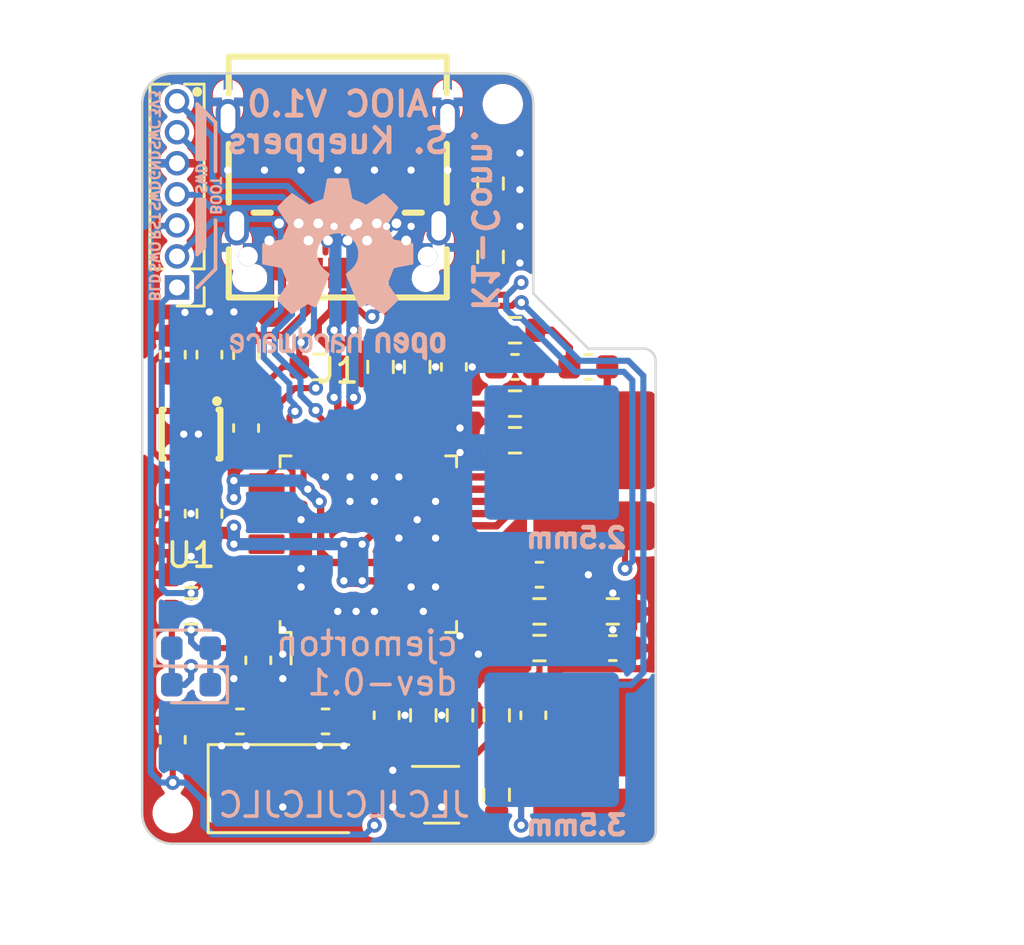
<source format=kicad_pcb>
(kicad_pcb (version 20241229) (generator "pcbnew") (generator_version "9.0")
  (layers (0 "F.Cu" signal) (2 "B.Cu" signal) (13 "F.Paste" user) (15 "B.Paste" user) (5 "F.SilkS" user "F.Silkscreen") (7 "B.SilkS" user "B.Silkscreen") (1 "F.Mask" user) (3 "B.Mask" user) (25 "Edge.Cuts" user))
  (net 0 "")
  (net 1 "GND")
  (net 2 "/OSCIN")
  (net 3 "/OSCOUT")
  (net 4 "Net-(U1-BYP)")
  (net 5 "Net-(U1-VOUT2)")
  (net 6 "Net-(D1-A)")
  (net 7 "Net-(D1-K)")
  (net 10 "/SWCLK")
  (net 11 "Net-(J1-CC2)")
  (net 14 "Net-(J1-CC1)")
  (net 20 "/SWDIO")
  (net 21 "/USB-DP")
  (net 22 "/USB-DN")
  (net 24 "Net-(Q1B-C2)")
  (net 25 "Net-(Q1B-B2)")
  (net 26 "+3V3")
  (net 27 "+3.3VA")
  (net 28 "/VIN")
  (net 29 "/VBUS")
  (net 30 "Net-(C12-Pad1)")
  (net 31 "Net-(C14-Pad1)")
  (net 32 "/USART-RX")
  (net 33 "Net-(Q1A-C1)")
  (net 34 "Net-(Q1A-B1)")
  (net 35 "/USART-TX")
  (net 36 "/PTT1")
  (net 37 "/PTT2")
  (net 38 "/AFIN")
  (net 39 "/RADIO-MIC")
  (net 40 "/RADIO-SPK")
  (net 41 "/AFOUT")
  (net 42 "/RADIO-RX-PTT1")
  (net 43 "/RADIO-TX")
  (net 44 "/RADIO-VP-PTT2")
  (net 45 "/NRST")
  (net 46 "/SWO")
  (net 47 "/BOOT0")
  (net 48 "Net-(U2-PB8)")
  (net 56 "/DAC_ATTEN")
  (footprint "Resistor_SMD:R_0603_1608Metric" (layer "F.Cu") (at 119.75 102 180)
    (property "Reference" "R2" (hide yes))
    (property "Value" "10K")
  )
  (footprint "LED_SMD:LED_0603_1608Metric" (layer "F.Cu") (at 105.5 105 180)
    (property "Reference" "D2" (hide yes))
    (property "Value" "RED")
  )
  (footprint "Capacitor_SMD:C_0603_1608Metric" (layer "F.Cu") (at 118.75 92 180)
    (property "Reference" "C11" (hide yes))
    (property "Value" "10n/NP0")
  )
  (footprint "Resistor_SMD:R_0603_1608Metric" (layer "F.Cu") (at 105.5 102)
    (property "Reference" "R15" (hide yes))
    (property "Value" "220R")
  )
  (footprint "C5178545:TYPE-C-SMD_TYPE-C-24P-QCHT" (layer "F.Cu") (at 111.5 85 180)
    (property "Reference" "J1")
    (property "Value" "HX TYPE-C 24P QCHT")
  )
  (footprint "Capacitor_SMD:C_0603_1608Metric" (layer "F.Cu") (at 107.5 106.5 180)
    (property "Reference" "C1" (hide yes))
    (property "Value" "22p/NP0")
  )
  (footprint "LED_SMD:LED_0603_1608Metric" (layer "F.Cu") (at 105.5 103.5)
    (property "Reference" "D1" (hide yes))
    (property "Value" "GREEN")
  )
  (footprint "Capacitor_SMD:C_0603_1608Metric" (layer "F.Cu") (at 113.5 106.25 -90)
    (property "Reference" "C9" (hide yes))
    (property "Value" "100n")
  )
  (footprint "Capacitor_SMD:C_0603_1608Metric" (layer "F.Cu") (at 122.75 103.5)
    (property "Reference" "C12" (hide yes))
    (property "Value" "100n")
  )
  (footprint "Resistor_SMD:R_0603_1608Metric" (layer "F.Cu") (at 118 109.5 -90)
    (property "Reference" "R13" (hide yes))
    (property "Value" "22R")
  )
  (footprint "Inductor_SMD:L_0603_1608Metric" (layer "F.Cu") (at 107.75 91.5 90)
    (property "Reference" "FB2" (hide yes))
    (property "Value" "600R@100MHz")
  )
  (footprint "Resistor_SMD:R_0603_1608Metric" (layer "F.Cu") (at 114.75 92 -90)
    (property "Reference" "R8" (hide yes))
    (property "Value" "220R")
  )
  (footprint "Resistor_SMD:R_0603_1608Metric" (layer "F.Cu") (at 116.5 106.25 -90)
    (property "Reference" "R11" (hide yes))
    (property "Value" "2.2K")
  )
  (footprint "Resistor_SMD:R_0603_1608Metric" (layer "F.Cu") (at 113.25 92 -90)
    (property "Reference" "R9" (hide yes))
    (property "Value" "220R")
  )
  (footprint "Package_QFP:LQFP-48_7x7mm_P0.5mm" (layer "F.Cu") (at 112.75 99.25 90)
    (property "Reference" "U2" (hide yes))
    (property "Value" "STM32F302CBT6")
  )
  (footprint "Capacitor_SMD:C_0603_1608Metric" (layer "F.Cu") (at 106.25 91.5 90)
    (property "Reference" "C6" (hide yes))
    (property "Value" "4.7u/10V/X5R")
  )
  (footprint "Resistor_SMD:R_0603_1608Metric" (layer "F.Cu") (at 122.75 102 180)
    (property "Reference" "R4" (hide yes))
    (property "Value" "220R")
  )
  (footprint "Inductor_SMD:L_0603_1608Metric" (layer "F.Cu") (at 106.25 98 90)
    (property "Reference" "FB1" (hide yes))
    (property "Value" "600R@100MHz")
  )
  (footprint "Capacitor_SMD:C_0603_1608Metric" (layer "F.Cu") (at 104.75 91.5 90)
    (property "Reference" "C3" (hide yes))
    (property "Value" "100n")
  )
  (footprint "Capacitor_SMD:C_0603_1608Metric" (layer "F.Cu") (at 111 106.5)
    (property "Reference" "C2" (hide yes))
    (property "Value" "22p/NP0")
  )
  (footprint "Resistor_SMD:R_0603_1608Metric" (layer "F.Cu") (at 115 106.25 -90)
    (property "Reference" "R10" (hide yes))
    (property "Value" "2.2K")
  )
  (footprint "Capacitor_SMD:C_0603_1608Metric" (layer "F.Cu") (at 107.75 94.5 90)
    (property "Reference" "C4" (hide yes))
    (property "Value" "4.7u/10V/X5R")
  )
  (footprint "Resistor_SMD:R_0603_1608Metric" (layer "F.Cu") (at 110.75 92)
    (property "Reference" "R1" (hide yes))
    (property "Value" "1.5K")
  )
  (footprint "Capacitor_SMD:C_0603_1608Metric" (layer "F.Cu") (at 104.75 98 -90)
    (property "Reference" "C5" (hide yes))
    (property "Value" "4.7u/10V/X5R")
  )
  (footprint "Package_TO_SOT_SMD:SOT-363_SC-70-6" (layer "F.Cu") (at 115.75 109.5)
    (property "Reference" "Q1" (hide yes))
    (property "Value" "BC847BS")
  )
  (footprint "Capacitor_SMD:C_0603_1608Metric" (layer "F.Cu") (at 121.75 92)
    (property "Reference" "C14" (hide yes))
    (property "Value" "4.7u/10V/X5R")
  )
  (footprint "Resistor_SMD:R_0603_1608Metric" (layer "F.Cu") (at 119.75 103.5 180)
    (property "Reference" "R17" (hide yes))
    (property "Value" "N.M.")
  )
  (footprint "Resistor_SMD:R_0603_1608Metric" (layer "F.Cu") (at 118.75 90.5)
    (property "Reference" "R5" (hide yes))
    (property "Value" "2.2K")
  )
  (footprint "Capacitor_SMD:C_0603_1608Metric" (layer "F.Cu") (at 104.75 107.25 90)
    (property "Reference" "C15" (hide yes))
    (property "Value" "100n")
  )
  (footprint "Capacitor_SMD:C_0603_1608Metric" (layer "F.Cu") (at 119.75 100.5)
    (property "Reference" "C7" (hide yes))
    (property "Value" "4.7u/10V/X5R")
  )
  (footprint "Connector_PinHeader_1.27mm:PinHeader_1x07_P1.27mm_Vertical" (layer "F.Cu") (at 104.925 88.75 180)
    (property "Reference" "J2" (hide yes))
    (property "Value" "Conn_01x07_Male")
  )
  (footprint "Capacitor_SMD:C_0603_1608Metric" (layer "F.Cu") (at 108.25 104 -90)
    (property "Reference" "C8" (hide yes))
    (property "Value" "100n")
  )
  (footprint "C144168:MLF-8_L2.0-W2.0-P0.50-BL-EP" (layer "F.Cu") (at 105.5 94.75 180)
    (property "Reference" "U1")
    (property "Value" "MIC5330-SSYML-TR")
  )
  (footprint "Resistor_SMD:R_0603_1608Metric" (layer "F.Cu") (at 118.75 93.5)
    (property "Reference" "R16" (hide yes))
    (property "Value" "5.1K")
  )
  (footprint "Resistor_SMD:R_0603_1608Metric" (layer "F.Cu") (at 118.75 95)
    (property "Reference" "R3" (hide yes))
    (property "Value" "5.1K")
  )
  (footprint "AIOC:TOOLING-HOLE" (layer "F.Cu") (at 104.75 110.25)
    (property "Reference" "H2" (hide yes))
    (property "Value" "ToolingHole")
  )
  (footprint "Capacitor_SMD:C_0603_1608Metric" (layer "F.Cu") (at 116.25 92 90)
    (property "Reference" "C10" (hide yes))
    (property "Value" "4.7u/10V/X5R")
  )
  (footprint "Resistor_SMD:R_0603_1608Metric" (layer "F.Cu") (at 105.5 100.5)
    (property "Reference" "R14" (hide yes))
    (property "Value" "2.2K")
  )
  (footprint "Resistor_SMD:R_0603_1608Metric" (layer "F.Cu") (at 117.75 84.5 -90)
    (property "Reference" "R6" (hide yes))
    (property "Value" "5.1K")
  )
  (footprint "AIOC:TOOLING-HOLE" (layer "F.Cu") (at 118.25 81.25)
    (property "Reference" "H1" (hide yes))
    (property "Value" "ToolingHole")
  )
  (footprint "Capacitor_SMD:C_0603_1608Metric" (layer "F.Cu") (at 119.5 106.25 -90)
    (property "Reference" "C13" (hide yes))
    (property "Value" "4.7u/10V/X5R")
  )
  (footprint "AIOC:Crystal_SMD_5032-2Pin_5.0x3.2mm" (layer "F.Cu") (at 109.25 109.25)
    (property "Reference" "Y1" (hide yes))
    (property "Value" "8MHz/20pF")
  )
  (footprint "Resistor_SMD:R_0603_1608Metric" (layer "F.Cu") (at 118 106.25 -90)
    (property "Reference" "R12" (hide yes))
    (property "Value" "22R")
  )
  (footprint "Resistor_SMD:R_0603_1608Metric" (layer "F.Cu") (at 117.75 87.5 90)
    (property "Reference" "R7" (hide yes))
    (property "Value" "5.1K")
  )
  (footprint "LED_SMD:LED_0603_1608Metric" (layer "B.Cu") (at 105.5 105 180)
    (property "Reference" "D4" (hide yes))
    (property "Value" "N.M.")
  )
  (footprint "LED_SMD:LED_0603_1608Metric" (layer "B.Cu") (at 105.5 103.5)
    (property "Reference" "D3" (hide yes))
    (property "Value" "N.M.")
  )
  (footprint "Symbol:OSHW-Logo2_9.8x8mm_SilkScreen" (layer "B.Cu") (at 111.5 88 180)
    (property "Reference" "REF**" (hide yes))
    (property "Value" "OSHW-Logo2_9.8x8mm_SilkScreen" (hide yes))
  )
  (gr_circle (center 105.75 80.75) (end 105.85 80.75) (stroke (width 0.2)) (fill no) (layer "F.SilkS"))
  (gr_line (start 105.9 85.15) (end 105.9 87.25) (stroke (width 0.15)) (layer "B.SilkS"))
  (gr_line (start 105.75 87.4) (end 105.75 85.15) (stroke (width 0.15)) (layer "B.SilkS"))
  (gr_line (start 105.75 85.15) (end 106.05 85.15) (stroke (width 0.15)) (layer "B.SilkS"))
  (gr_line (start 105.75 88.75) (end 106.5 88) (stroke (width 0.15)) (layer "B.SilkS"))
  (gr_line (start 105.75 81.25) (end 106.5 82) (stroke (width 0.15)) (layer "B.SilkS"))
  (gr_line (start 105.75 83.5) (end 105.75 81.25) (stroke (width 0.15)) (layer "B.SilkS"))
  (gr_line (start 106.5 82) (end 106.5 84) (stroke (width 0.15)) (layer "B.SilkS"))
  (gr_line (start 105.75 83.5) (end 106.05 83.5) (stroke (width 0.15)) (layer "B.SilkS"))
  (gr_line (start 106.5 88) (end 106.5 86) (stroke (width 0.15)) (layer "B.SilkS"))
  (gr_line (start 106.05 87.1) (end 106.05 85.15) (stroke (width 0.15)) (layer "B.SilkS"))
  (gr_line (start 105.75 87.4) (end 106.05 87.1) (stroke (width 0.15)) (layer "B.SilkS"))
  (gr_line (start 105.9 81.4) (end 105.9 83.5) (stroke (width 0.15)) (layer "B.SilkS"))
  (gr_line (start 106.05 83.5) (end 106.05 81.55) (stroke (width 0.15)) (layer "B.SilkS"))
  (gr_line (start 119.5 89) (end 119.5 81.25) (stroke (width 0.1)) (layer "Edge.Cuts"))
  (gr_line (start 103.5 110.25) (end 103.5 81.25) (stroke (width 0.1)) (layer "Edge.Cuts"))
  (gr_line (start 121.75 91.25) (end 124 91.25) (stroke (width 0.1)) (layer "Edge.Cuts"))
  (gr_line (start 124.5 91.75) (end 124.5 111) (stroke (width 0.1)) (layer "Edge.Cuts"))
  (gr_line (start 124 111.5) (end 104.75 111.5) (stroke (width 0.1)) (layer "Edge.Cuts"))
  (gr_arc (start 124.5 111) (mid 124.353553 111.353553) (end 124 111.5) (stroke (width 0.1)) (layer "Edge.Cuts"))
  (gr_line (start 121.75 91.25) (end 119.5 89) (stroke (width 0.1)) (layer "Edge.Cuts"))
  (gr_arc (start 118.25 80) (mid 119.133883 80.366117) (end 119.5 81.25) (stroke (width 0.1)) (layer "Edge.Cuts"))
  (gr_arc (start 103.5 81.25) (mid 103.866117 80.366117) (end 104.75 80) (stroke (width 0.1)) (layer "Edge.Cuts"))
  (gr_line (start 106 80) (end 118.25 80) (stroke (width 0.1)) (layer "Edge.Cuts"))
  (gr_arc (start 124 91.25) (mid 124.353553 91.396447) (end 124.5 91.75) (stroke (width 0.1)) (layer "Edge.Cuts"))
  (gr_line (start 106 80) (end 104.75 80) (stroke (width 0.1)) (layer "Edge.Cuts"))
  (gr_arc (start 104.75 111.5) (mid 103.866117 111.133883) (end 103.5 110.25) (stroke (width 0.1)) (layer "Edge.Cuts"))
  (gr_text "RST" (at 104 86.25 270) (layer "B.SilkS") (effects (font (size 0.4 0.4) (thickness 0.1)) (justify mirror)))
  (gr_text "SWD" (at 104 85 270) (layer "B.SilkS") (effects (font (size 0.4 0.4) (thickness 0.1)) (justify mirror)))
  (gr_text "SWO" (at 104 87.5 270) (layer "B.SilkS") (effects (font (size 0.4 0.4) (thickness 0.1)) (justify mirror)))
  (gr_text "GND" (at 104 83.75 270) (layer "B.SilkS") (effects (font (size 0.4 0.4) (thickness 0.1)) (justify mirror)))
  (gr_text "JLCJLCJLCJLC" (at 117 110.5 0) (layer "B.SilkS") (effects (font (size 1 1)) (justify left bottom mirror)))
  (gr_text "BLD" (at 104 88.75 270) (layer "B.SilkS") (effects (font (size 0.4 0.4) (thickness 0.1)) (justify mirror)))
  (gr_text "3V3" (at 104 81.25 270) (layer "B.SilkS") (effects (font (size 0.4 0.4) (thickness 0.1)) (justify mirror)))
  (gr_text "AIOC V1.0" (at 111.5 81.25 0) (layer "B.SilkS") (effects (font (size 1 1) (thickness 0.2)) (justify mirror)))
  (gr_text "3.5mm" (at 121.25 110.75 0) (layer "B.SilkS") (effects (font (size 0.8 0.8) (thickness 0.2)) (justify mirror)))
  (gr_text "SWD" (at 105.9 84.3 270) (layer "B.SilkS") (effects (font (size 0.4 0.4) (thickness 0.1)) (justify mirror)))
  (gr_text "S. Kueppers" (at 111.5 82.75 0) (layer "B.SilkS") (effects (font (size 1 1) (thickness 0.2)) (justify mirror)))
  (gr_text "K1-Conn." (at 117.5 86 270) (layer "B.SilkS") (effects (font (size 1 1) (thickness 0.2)) (justify mirror)))
  (gr_text "cjemorton\ndev-0.1" (at 116.5 105.5 0) (layer "B.SilkS") (effects (font (size 1 1)) (justify left bottom mirror)))
  (gr_text "2.5mm" (at 121.25 99 0) (layer "B.SilkS") (effects (font (size 0.8 0.8) (thickness 0.2)) (justify mirror)))
  (gr_text "SWC" (at 104 82.5 270) (layer "B.SilkS") (effects (font (size 0.4 0.4) (thickness 0.1)) (justify mirror)))
  (gr_text "BOOT" (at 106.5 85 270) (layer "B.SilkS") (effects (font (size 0.4 0.4) (thickness 0.1)) (justify mirror)))
  (segment (start 114.25 85.5) (end 116 85.5) (width 0.25) (layer "F.Cu") (net 0))
  (segment (start 112.6495 89.942499) (end 112.25 89.542999) (width 0.25) (layer "F.Cu") (net 0))
  (segment (start 112.25 89.542999) (end 112.25 89.02) (width 0.25) (layer "F.Cu") (net 0))
  (segment (start 116.186396 85.05) (end 116.461396 85.325) (width 0.25) (layer "F.Cu") (net 0))
  (segment (start 111 86.783884) (end 110.725 86.508884) (width 0.25) (layer "F.Cu") (net 0))
  (segment (start 110.725 86.508884) (end 110.725 85.991116) (width 0.25) (layer "F.Cu") (net 0))
  (segment (start 110.725 85.991116) (end 111.216116 85.5) (width 0.25) (layer "F.Cu") (net 0))
  (segment (start 114.063604 85.05) (end 116.186396 85.05) (width 0.25) (layer "F.Cu") (net 0))
  (segment (start 116.461396 85.325) (end 117.75 85.325) (width 0.25) (layer "F.Cu") (net 0))
  (segment (start 113.613604 85.5) (end 114.063604 85.05) (width 0.25) (layer "F.Cu") (net 0))
  (segment (start 117.175 86.675) (end 117.75 86.675) (width 0.25) (layer "F.Cu") (net 0))
  (segment (start 116 85.5) (end 117.175 86.675) (width 0.25) (layer "F.Cu") (net 0))
  (segment (start 113.5 86.25) (end 114.25 85.5) (width 0.25) (layer "F.Cu") (net 0))
  (segment (start 111.216116 85.5) (end 113.613604 85.5) (width 0.25) (layer "F.Cu") (net 0))
  (segment (start 111 87.32) (end 111 86.783884) (width 0.25) (layer "F.Cu") (net 0))
  (segment (start 113.25 86.5) (end 113.25 89.591999) (width 0.25) (layer "B.Cu") (net 0))
  (segment (start 113.5 86.25) (end 113.25 86.5) (width 0.25) (layer "B.Cu") (net 0))
  (segment (start 113.25 89.591999) (end 112.8995 89.942499) (width 0.25) (layer "B.Cu") (net 0))
  (segment (start 108.75 89.02) (end 108.75 88.416813) (width 0.25) (layer "F.Cu") (net 1))
  (segment (start 113.5 102.5) (end 113.5 103.4125) (width 0.3) (layer "F.Cu") (net 1))
  (segment (start 105.75 93.775) (end 105.75 94.7) (width 0.25) (layer "F.Cu") (net 1))
  (segment (start 123.525 103.5) (end 123.525 102.05) (width 0.3) (layer "F.Cu") (net 1))
  (segment (start 113 102) (end 113.5 102.5) (width 0.3) (layer "F.Cu") (net 1))
  (segment (start 105.75 94.7) (end 105.8 94.75) (width 0.25) (layer "F.Cu") (net 1))
  (segment (start 109.5 101.5) (end 110 101) (width 0.3) (layer "F.Cu") (net 1))
  (segment (start 114.5 87.32) (end 114.5 87.916813) (width 0.25) (layer "F.Cu") (net 1))
  (segment (start 109 87.32) (end 109 88.166813) (width 0.25) (layer "F.Cu") (net 1))
  (segment (start 114.5 87.916813) (end 114.25 88.166813) (width 0.25) (layer "F.Cu") (net 1))
  (segment (start 114.25 89.02) (end 114.25 88.166813) (width 0.25) (layer "F.Cu") (net 1))
  (segment (start 123.525 102.05) (end 123.575 102) (width 0.25) (layer "F.Cu") (net 1))
  (segment (start 108.75 88.416813) (end 109 88.166813) (width 0.25) (layer "F.Cu") (net 1))
  (segment (start 108.5875 101.5) (end 109.5 101.5) (width 0.3) (layer "F.Cu") (net 1))
  (via (at 114.25 106.25) (size 0.6) (drill 0.3) (layers "F.Cu" "B.Cu") (net 1))
  (via (at 115.5 97.5) (size 0.6) (drill 0.3) (layers "F.Cu" "B.Cu") (net 1))
  (via (at 113.00027 83.951369) (size 0.6) (drill 0.3) (layers "F.Cu" "B.Cu") (net 1))
  (via (at 105.8 94.75) (size 0.6) (drill 0.3) (layers "F.Cu" "B.Cu") (net 1))
  (via (at 116.5 94.5) (size 0.6) (drill 0.3) (layers "F.Cu" "B.Cu") (net 1))
  (via (at 118.95 83.25) (size 0.6) (drill 0.3) (layers "F.Cu" "B.Cu") (net 1))
  (via (at 107.75 107.5) (size 0.6) (drill 0.3) (layers "F.Cu" "B.Cu") (net 1))
  (via (at 115 102) (size 0.6) (drill 0.3) (layers "F.Cu" "B.Cu") (net 1))
  (via (at 113 96.5) (size 0.6) (drill 0.3) (layers "F.Cu" "B.Cu") (net 1))
  (via (at 110 100.25) (size 0.6) (drill 0.3) (layers "F.Cu" "B.Cu") (net 1))
  (via (at 118.95 84.75) (size 0.6) (drill 0.3) (layers "F.Cu" "B.Cu") (net 1))
  (via (at 109.25 103.75) (size 0.6) (drill 0.3) (layers "F.Cu" "B.Cu") (net 1))
  (via (at 112.25 102) (size 0.6) (drill 0.3) (layers "F.Cu" "B.Cu") (net 1))
  (via (at 107.25 89.75) (size 0.6) (drill 0.3) (layers "F.Cu" "B.Cu") (net 1))
  (via (at 113.75 110) (size 0.6) (drill 0.3) (layers "F.Cu" "B.Cu") (net 1))
  (via (at 110.75 107.5) (size 0.6) (drill 0.3) (layers "F.Cu" "B.Cu") (net 1))
  (via (at 112 97.5) (size 0.6) (drill 0.3) (layers "F.Cu" "B.Cu") (net 1))
  (via (at 105.25 89.769502) (size 0.6) (drill 0.3) (layers "F.Cu" "B.Cu") (net 1))
  (via (at 105.5 98) (size 0.6) (drill 0.3) (layers "F.Cu" "B.Cu") (net 1))
  (via (at 110 98.25) (size 0.6) (drill 0.3) (layers "F.Cu" "B.Cu") (net 1))
  (via (at 114 99) (size 0.6) (drill 0.3) (layers "F.Cu" "B.Cu") (net 1))
  (via (at 116.00027 83.951369) (size 0.6) (drill 0.3) (layers "F.Cu" "B.Cu") (net 1))
  (via (at 117 92) (size 0.6) (drill 0.3) (layers "F.Cu" "B.Cu") (net 1))
  (via (at 109.25 102.75) (size 0.6) (drill 0.3) (layers "F.Cu" "B.Cu") (net 1))
  (via (at 114.5 101) (size 0.6) (drill 0.3) (layers "F.Cu" "B.Cu") (net 1))
  (via (at 107 83.95) (size 0.6) (drill 0.3) (layers "F.Cu" "B.Cu") (net 1))
  (via (at 105.5 99.75) (size 0.6) (drill 0.3) (layers "F.Cu" "B.Cu") (net 1))
  (via (at 113.5 86.25) (size 0.6) (drill 0.3) (layers "F.Cu" "B.Cu") (net 1))
  (via (at 117.25 103.75) (size 0.6) (drill 0.3) (layers "F.Cu" "B.Cu") (net 1))
  (via (at 110 101) (size 0.6) (drill 0.3) (layers "F.Cu" "B.Cu") (net 1))
  (via (at 106.75 107.5) (size 0.6) (drill 0.3) (layers "F.Cu" "B.Cu") (net 1))
  (via (at 114 92) (size 0.6) (drill 0.3) (layers "F.Cu" "B.Cu") (net 1))
  (via (at 113 97.5) (size 0.6) (drill 0.3) (layers "F.Cu" "B.Cu") (net 1))
  (via (at 113 102) (size 0.6) (drill 0.3) (layers "F.Cu" "B.Cu") (net 1))
  (via (at 106.25 89.75) (size 0.6) (drill 0.3) (layers "F.Cu" "B.Cu") (net 1))
  (via (at 114.5 86.25) (size 0.6) (drill 0.3) (layers "F.Cu" "B.Cu") (net 1))
  (via (at 107.25 104.75) (size 0.6) (drill 0.3) (layers "F.Cu" "B.Cu") (net 1))
  (via (at 112.8995 89.942499) (size 0.6) (drill 0.3) (layers "F.Cu" "B.Cu") (net 1))
  (via (at 121.75 100.5) (size 0.6) (drill 0.3) (layers "F.Cu" "B.Cu") (net 1))
  (via (at 116.5 95.5) (size 0.6) (drill 0.3) (layers "F.Cu" "B.Cu") (net 1))
  (via (at 111.75 107.502432) (size 0.6) (drill 0.3) (layers "F.Cu" "B.Cu") (net 1))
  (via (at 114.75 98.25) (size 0.6) (drill 0.3) (layers "F.Cu" "B.Cu") (net 1))
  (via (at 115.75 110) (size 0.6) (drill 0.3) (layers "F.Cu" "B.Cu") (net 1))
  (via (at 114 96.5) (size 0.6) (drill 0.3) (layers "F.Cu" "B.Cu") (net 1))
  (via (at 113.75 108.5) (size 0.6) (drill 0.3) (layers "F.Cu" "B.Cu") (net 1))
  (via (at 114.4994 83.950576) (size 0.6) (drill 0.3) (layers "F.Cu" "B.Cu") (net 1))
  (via (at 112 96.5) (size 0.6) (drill 0.3) (layers "F.Cu" "B.Cu") (net 1))
  (via (at 108.50027 83.951369) (size 0.6) (drill 0.3) (layers "F.Cu" "B.Cu") (net 1))
  (via (at 105.2 94.75) (size 0.6) (drill 0.3) (layers "F.Cu" "B.Cu") (net 1))
  (via (at 116.5 103) (size 0.6) (drill 0.3) (layers "F.Cu" "B.Cu") (net 1))
  (via (at 111.50027 83.951369) (size 0.6) (drill 0.3) (layers "F.Cu" "B.Cu") (net 1))
  (via (at 122.75 101.25) (size 0.6) (drill 0.3) (layers "F.Cu" "B.Cu") (net 1))
  (via (at 115.5 99) (size 0.6) (drill 0.3) (layers "F.Cu" "B.Cu") (net 1))
  (via (at 109.25 110) (size 0.6) (drill 0.3) (layers "F.Cu" "B.Cu") (net 1))
  (via (at 111 96.5) (size 0.6) (drill 0.3) (layers "F.Cu" "B.Cu") (net 1))
  (via (at 115.5 101) (size 0.6) (drill 0.3) (layers "F.Cu" "B.Cu") (net 1))
  (via (at 111.5 102) (size 0.6) (drill 0.3) (layers "F.Cu" "B.Cu") (net 1))
  (via (at 118.95 86.25) (size 0.6) (drill 0.3) (layers "F.Cu" "B.Cu") (net 1))
  (via (at 109.25 104.75) (size 0.6) (drill 0.3) (layers "F.Cu" "B.Cu") (net 1))
  (via (at 115.5 92) (size 0.6) (drill 0.3) (layers "F.Cu" "B.Cu") (net 1))
  (via (at 118.95 87.75) (size 0.6) (drill 0.3) (layers "F.Cu" "B.Cu") (net 1))
  (via (at 110.00027 83.951369) (size 0.6) (drill 0.3) (layers "F.Cu" "B.Cu") (net 1))
  (via (at 122.75 102.75) (size 0.6) (drill 0.3) (layers "F.Cu" "B.Cu") (net 1))
  (via (at 115.75 106.25) (size 0.6) (drill 0.3) (layers "F.Cu" "B.Cu") (net 1))
  (segment (start 108.75 107.5) (end 108.75 109) (width 0.25) (layer "F.Cu") (net 2))
  (segment (start 108.5 109.25) (end 107.4 109.25) (width 0.25) (layer "F.Cu") (net 2))
  (segment (start 108.863604 106.5) (end 108.472183 106.5) (width 0.25) (layer "F.Cu") (net 2))
  (segment (start 108.275 106.75) (end 108.275 107.025) (width 0.25) (layer "F.Cu") (net 2))
  (segment (start 110.363604 105) (end 108.863604 106.5) (width 0.25) (layer "F.Cu") (net 2))
  (segment (start 112 104.363604) (end 111.363604 105) (width 0.25) (layer "F.Cu") (net 2))
  (segment (start 108.75 109) (end 108.5 109.25) (width 0.25) (layer "F.Cu") (net 2))
  (segment (start 112 103.4125) (end 112 104.363604) (width 0.25) (layer "F.Cu") (net 2))
  (segment (start 108.275 107.025) (end 108.75 107.5) (width 0.25) (layer "F.Cu") (net 2))
  (segment (start 111.363604 105) (end 110.363604 105) (width 0.25) (layer "F.Cu") (net 2))
  (segment (start 108.525 106.5) (end 108.275 106.75) (width 0.25) (layer "F.Cu") (net 2))
  (segment (start 112.5 104.5) (end 111.55 105.45) (width 0.25) (layer "F.Cu") (net 3))
  (segment (start 109.75 107.5) (end 109.75 109) (width 0.25) (layer "F.Cu") (net 3))
  (segment (start 110.225 107.025) (end 109.75 107.5) (width 0.25) (layer "F.Cu") (net 3))
  (segment (start 112.5 103.4125) (end 112.5 104.5) (width 0.25) (layer "F.Cu") (net 3))
  (segment (start 110.225 105.775) (end 110.225 107.025) (width 0.25) (layer "F.Cu") (net 3))
  (segment (start 110 109.25) (end 111.1 109.25) (width 0.25) (layer "F.Cu") (net 3))
  (segment (start 111.55 105.45) (end 110.55 105.45) (width 0.25) (layer "F.Cu") (net 3))
  (segment (start 110.55 105.45) (end 110.225 105.775) (width 0.25) (layer "F.Cu") (net 3))
  (segment (start 109.75 109) (end 110 109.25) (width 0.25) (layer "F.Cu") (net 3))
  (segment (start 105.25 93.775) (end 105.25 93.25) (width 0.25) (layer "F.Cu") (net 4))
  (segment (start 105.25 93.25) (end 104.75 92.75) (width 0.25) (layer "F.Cu") (net 4))
  (segment (start 104.75 92.75) (end 104.75 92.275) (width 0.25) (layer "F.Cu") (net 4))
  (segment (start 105.5 96.5) (end 105.5 97.175) (width 0.25) (layer "F.Cu") (net 5))
  (segment (start 105.75 95.725) (end 105.75 96.25) (width 0.25) (layer "F.Cu") (net 5))
  (segment (start 105.5 97.175) (end 105.5375 97.2125) (width 0.25) (layer "F.Cu") (net 5))
  (segment (start 106.25 97.2125) (end 105.5375 97.2125) (width 0.5) (layer "F.Cu") (net 5))
  (segment (start 105.5375 97.2125) (end 104.7625 97.2125) (width 0.5) (layer "F.Cu") (net 5))
  (segment (start 104.7625 97.2125) (end 104.75 97.225) (width 0.5) (layer "F.Cu") (net 5))
  (segment (start 105.75 96.25) (end 105.5 96.5) (width 0.25) (layer "F.Cu") (net 5))
  (segment (start 106.2875 105.05) (end 106.2875 103.55) (width 0.25) (layer "F.Cu") (net 6))
  (segment (start 107 103.5) (end 106.2875 103.5) (width 0.25) (layer "F.Cu") (net 6))
  (segment (start 107.25 103.25) (end 107 103.5) (width 0.25) (layer "F.Cu") (net 6))
  (segment (start 107.25 102.286396) (end 107.25 103.25) (width 0.25) (layer "F.Cu") (net 6))
  (segment (start 105.75 103.5) (end 106.2875 103.5) (width 0.25) (layer "F.Cu") (net 6))
  (segment (start 105.5 103.25) (end 105.75 103.5) (width 0.25) (layer "F.Cu") (net 6))
  (segment (start 107.525 102.011396) (end 107.25 102.286396) (width 0.25) (layer "F.Cu") (net 6))
  (segment (start 105.5 102.75) (end 105.5 103.25) (width 0.25) (layer "F.Cu") (net 6))
  (segment (start 107.525 101.111396) (end 107.525 102.011396) (width 0.25) (layer "F.Cu") (net 6))
  (segment (start 108.5875 101) (end 107.636396 101) (width 0.25) (layer "F.Cu") (net 6))
  (segment (start 107.636396 101) (end 107.525 101.111396) (width 0.25) (layer "F.Cu") (net 6))
  (via (at 105.5 102.75) (size 0.6) (drill 0.3) (layers "F.Cu" "B.Cu") (net 6))
  (segment (start 106.2875 103.5) (end 106.2875 105) (width 0.25) (layer "B.Cu") (net 6))
  (segment (start 105.5 102.75) (end 105.5 103.25) (width 0.25) (layer "B.Cu") (net 6))
  (segment (start 105.75 103.5) (end 106.2875 103.5) (width 0.25) (layer "B.Cu") (net 6))
  (segment (start 105.5 103.25) (end 105.75 103.5) (width 0.25) (layer "B.Cu") (net 6))
  (segment (start 105.25 105) (end 104.7125 105) (width 0.25) (layer "F.Cu") (net 7))
  (segment (start 105.5 104.75) (end 105.25 105) (width 0.25) (layer "F.Cu") (net 7))
  (segment (start 104.7125 105.05) (end 104.7125 102.0875) (width 0.25) (layer "F.Cu") (net 7))
  (segment (start 105.5 104.25) (end 105.5 104.75) (width 0.25) (layer "F.Cu") (net 7))
  (segment (start 104.7125 102.0875) (end 104.675 102.05) (width 0.25) (layer "F.Cu") (net 7))
  (via (at 105.5 104.25) (size 0.6) (drill 0.3) (layers "F.Cu" "B.Cu") (net 7))
  (segment (start 104.7125 103.5) (end 104.7125 105) (width 0.25) (layer "B.Cu") (net 7))
  (segment (start 105.25 105) (end 104.7125 105) (width 0.25) (layer "B.Cu") (net 7))
  (segment (start 105.5 104.75) (end 105.25 105) (width 0.25) (layer "B.Cu") (net 7))
  (segment (start 105.5 104.25) (end 105.5 104.75) (width 0.25) (layer "B.Cu") (net 7))
  (segment (start 109.05 96.0375) (end 108.5875 96.5) (width 0.25) (layer "F.Cu") (net 10))
  (segment (start 110.6 92.866006) (end 109.743948 92.866006) (width 0.25) (layer "F.Cu") (net 10))
  (segment (start 109.743948 92.866006) (end 109.05 93.559954) (width 0.25) (layer "F.Cu") (net 10))
  (segment (start 109.05 93.559954) (end 109.05 96.0375) (width 0.25) (layer "F.Cu") (net 10))
  (via (at 110.6 92.866006) (size 0.6) (drill 0.3) (layers "F.Cu" "B.Cu") (net 10))
  (segment (start 105.925 83.42) (end 104.925 82.42) (width 0.25) (layer "B.Cu") (net 10))
  (segment (start 109.247792 85.05) (end 106.505408 85.05) (width 0.25) (layer "B.Cu") (net 10))
  (segment (start 110.6 92.483884) (end 109.375 91.258884) (width 0.25) (layer "B.Cu") (net 10))
  (segment (start 110.6 92.866006) (end 110.6 92.483884) (width 0.25) (layer "B.Cu") (net 10))
  (segment (start 109.375 91.258884) (end 109.375 90.741116) (width 0.25) (layer "B.Cu") (net 10))
  (segment (start 110.0755 90.040616) (end 110.0755 85.877708) (width 0.25) (layer "B.Cu") (net 10))
  (segment (start 106.505408 85.05) (end 105.925 84.469592) (width 0.25) (layer "B.Cu") (net 10))
  (segment (start 109.375 90.741116) (end 110.0755 90.040616) (width 0.25) (layer "B.Cu") (net 10))
  (segment (start 110.0755 85.877708) (end 109.247792 85.05) (width 0.25) (layer "B.Cu") (net 10))
  (segment (start 105.925 84.469592) (end 105.925 83.42) (width 0.25) (layer "B.Cu") (net 10))
  (segment (start 110.499747 93.784062) (end 111 94.284315) (width 0.25) (layer "F.Cu") (net 20))
  (segment (start 111 94.284315) (end 111 95.0875) (width 0.25) (layer "F.Cu") (net 20))
  (via (at 110.6 93.774076) (size 0.6) (drill 0.3) (layers "F.Cu" "B.Cu") (net 20))
  (segment (start 109.061396 85.5) (end 106.319012 85.5) (width 0.25) (layer "B.Cu") (net 20))
  (segment (start 109.6255 86.064104) (end 109.061396 85.5) (width 0.25) (layer "B.Cu") (net 20))
  (segment (start 109.6255 89.85422) (end 109.6255 86.064104) (width 0.25) (layer "B.Cu") (net 20))
  (segment (start 109.975 92.49528) (end 108.925 91.44528) (width 0.25) (layer "B.Cu") (net 20))
  (segment (start 108.925 90.55472) (end 109.6255 89.85422) (width 0.25) (layer "B.Cu") (net 20))
  (segment (start 110.6 93.774076) (end 109.975 93.149076) (width 0.25) (layer "B.Cu") (net 20))
  (segment (start 109.975 93.149076) (end 109.975 92.49528) (width 0.25) (layer "B.Cu") (net 20))
  (segment (start 105.779012 84.96) (end 104.925 84.96) (width 0.25) (layer "B.Cu") (net 20))
  (segment (start 106.319012 85.5) (end 105.779012 84.96) (width 0.25) (layer "B.Cu") (net 20))
  (segment (start 108.925 91.44528) (end 108.925 90.55472) (width 0.25) (layer "B.Cu") (net 20))
  (segment (start 111.575 92.625) (end 111.575 92) (width 0.25) (layer "F.Cu") (net 21))
  (segment (start 111.35 90.380761) (end 111.35 90.5) (width 0.3) (layer "F.Cu") (net 21))
  (segment (start 111.5 87.32) (end 111.5 86.4) (width 0.3) (layer "F.Cu") (net 21))
  (segment (start 111.35 93.25) (end 111.35 92.85) (width 0.25) (layer "F.Cu") (net 21))
  (segment (start 111.5 86.4) (end 111.35 86.25) (width 0.3) (layer "F.Cu") (net 21))
  (segment (start 111.35 92.85) (end 111.575 92.625) (width 0.25) (layer "F.Cu") (net 21))
  (segment (start 111.5 95.0875) (end 111.5 93.4) (width 0.3) (layer "F.Cu") (net 21))
  (segment (start 111.75 89.02) (end 111.75 89.980761) (width 0.3) (layer "F.Cu") (net 21))
  (segment (start 111.5 93.4) (end 111.35 93.25) (width 0.3) (layer "F.Cu") (net 21))
  (segment (start 111.75 89.980761) (end 111.35 90.380761) (width 0.3) (layer "F.Cu") (net 21))
  (via (at 111.35 86.25) (size 0.6) (drill 0.3) (layers "F.Cu" "B.Cu") (net 21))
  (via (at 111.35 90.5) (size 0.6) (drill 0.3) (layers "F.Cu" "B.Cu") (net 21))
  (via (at 111.35 93.25) (size 0.6) (drill 0.3) (layers "F.Cu" "B.Cu") (net 21))
  (segment (start 111.4 86.3) (end 111.4 93.2) (width 0.5) (layer "B.Cu") (net 21))
  (segment (start 111.35 86.25) (end 111.4 86.3) (width 0.5) (layer "B.Cu") (net 21))
  (segment (start 111.4 93.2) (end 111.35 93.25) (width 0.5) (layer "B.Cu") (net 21))
  (segment (start 112 95.0875) (end 112 93.4) (width 0.3) (layer "F.Cu") (net 22))
  (segment (start 110.7 90.769239) (end 111.080761 91.15) (width 0.3) (layer "F.Cu") (net 22))
  (segment (start 112 86.4) (end 112.15 86.25) (width 0.3) (layer "F.Cu") (net 22))
  (segment (start 111.619239 91.15) (end 112.15 90.619239) (width 0.3) (layer "F.Cu") (net 22))
  (segment (start 111.080761 91.15) (end 111.619239 91.15) (width 0.3) (layer "F.Cu") (net 22))
  (segment (start 112 87.32) (end 112 86.4) (width 0.3) (layer "F.Cu") (net 22))
  (segment (start 111.25 89.02) (end 111.25 89.680761) (width 0.3) (layer "F.Cu") (net 22))
  (segment (start 112 93.4) (end 112.15 93.25) (width 0.3) (layer "F.Cu") (net 22))
  (segment (start 110.7 90.230761) (end 110.7 90.769239) (width 0.3) (layer "F.Cu") (net 22))
  (segment (start 111.25 89.680761) (end 110.7 90.230761) (width 0.3) (layer "F.Cu") (net 22))
  (segment (start 112.15 90.619239) (end 112.15 90.5) (width 0.3) (layer "F.Cu") (net 22))
  (via (at 112.15 86.25) (size 0.6) (drill 0.3) (layers "F.Cu" "B.Cu") (net 22))
  (via (at 112.15 90.5) (size 0.6) (drill 0.3) (layers "F.Cu" "B.Cu") (net 22))
  (via (at 112.15 93.25) (size 0.6) (drill 0.3) (layers "F.Cu" "B.Cu") (net 22))
  (segment (start 112.1 93.2) (end 112.15 93.25) (width 0.5) (layer "B.Cu") (net 22))
  (segment (start 112.1 86.3) (end 112.1 93.2) (width 0.5) (layer "B.Cu") (net 22))
  (segment (start 112.15 86.25) (end 112.1 86.3) (width 0.5) (layer "B.Cu") (net 22))
  (segment (start 117.1625 110.75) (end 117.5 110.4125) (width 0.25) (layer "F.Cu") (net 24))
  (segment (start 114.8 110.15) (end 114.8 110.55) (width 0.25) (layer "F.Cu") (net 24))
  (segment (start 114.8 110.55) (end 115 110.75) (width 0.25) (layer "F.Cu") (net 24))
  (segment (start 115 110.75) (end 117.1625 110.75) (width 0.25) (layer "F.Cu") (net 24))
  (segment (start 117.5 110.4125) (end 118 110.4125) (width 0.25) (layer "F.Cu") (net 24))
  (segment (start 116.7 109.5) (end 116.310661 109.5) (width 0.25) (layer "F.Cu") (net 25))
  (segment (start 116 109.189339) (end 116 108.25) (width 0.25) (layer "F.Cu") (net 25))
  (segment (start 116.5 107.075) (end 116.5 107.75) (width 0.25) (layer "F.Cu") (net 25))
  (segment (start 116.310661 109.5) (end 116 109.189339) (width 0.25) (layer "F.Cu") (net 25))
  (segment (start 116.5 107.75) (end 116 108.25) (width 0.25) (layer "F.Cu") (net 25))
  (segment (start 110.1 96.85) (end 110.75 97.5) (width 0.25) (layer "F.Cu") (net 26))
  (segment (start 110 102.25) (end 110.5 101.75) (width 0.3) (layer "F.Cu") (net 26))
  (segment (start 110.8 99.3) (end 110.8 101.45) (width 0.3) (layer "F.Cu") (net 26))
  (segment (start 108.25 102.75) (end 108.5875 102.4125) (width 0.25) (layer "F.Cu") (net 26))
  (segment (start 106.525 95.725) (end 107 95.25) (width 0.25) (layer "F.Cu") (net 26))
  (segment (start 110.25 102) (end 108.5875 102) (width 0.3) (layer "F.Cu") (net 26))
  (segment (start 110.8 99.55) (end 110.8 99.3) (width 0.3) (layer "F.Cu") (net 26))
  (segment (start 109.925 92) (end 109.925 91.075) (width 0.25) (layer "F.Cu") (net 26))
  (segment (start 107.25 96.25) (end 107.75 95.75) (width 0.5) (layer "F.Cu") (net 26))
  (segment (start 107.725 95.25) (end 107.75 95.275) (width 0.25) (layer "F.Cu") (net 26))
  (segment (start 118 100) (end 116.9125 100) (width 0.3) (layer "F.Cu") (net 26))
  (segment (start 110 95.0875) (end 110 95.972919) (width 0.25) (layer "F.Cu") (net 26))
  (segment (start 108.6 92.65) (end 109.25 92) (width 0.25) (layer "F.Cu") (net 26))
  (segment (start 110.2745 97) (end 110.8 97.5255) (width 0.3) (layer "F.Cu") (net 26))
  (segment (start 109.925 91.075) (end 110 91) (width 0.25) (layer "F.Cu") (net 26))
  (segment (start 116.9125 100) (end 111.25 100) (width 0.3) (layer "F.Cu") (net 26))
  (segment (start 111.25 100) (end 110.8 99.55) (width 0.3) (layer "F.Cu") (net 26))
  (segment (start 107.25 97.35) (end 107.25 96.25) (width 0.5) (layer "F.Cu") (net 26))
  (segment (start 110.8 97.5255) (end 110.8 99.3) (width 0.3) (layer "F.Cu") (net 26))
  (segment (start 106.25 95.725) (end 106.525 95.725) (width 0.25) (layer "F.Cu") (net 26))
  (segment (start 107.75 95.75) (end 107.75 95.275) (width 0.5) (layer "F.Cu") (net 26))
  (segment (start 118.5 100.5) (end 118 100) (width 0.3) (layer "F.Cu") (net 26))
  (segment (start 108.25 95.275) (end 108.6 94.925) (width 0.25) (layer "F.Cu") (net 26))
  (segment (start 110.5 101.75) (end 110.25 102) (width 0.3) (layer "F.Cu") (net 26))
  (segment (start 118.975 100.5) (end 118.5 100.5) (width 0.3) (layer "F.Cu") (net 26))
  (segment (start 110 95.972919) (end 110.1 96.072919) (width 0.25) (layer "F.Cu") (net 26))
  (segment (start 108.25 103.225) (end 108.25 102.75) (width 0.25) (layer "F.Cu") (net 26))
  (segment (start 107 95.25) (end 107.725 95.25) (width 0.25) (layer "F.Cu") (net 26))
  (segment (start 110 103.4125) (end 110 102.25) (width 0.3) (layer "F.Cu") (net 26))
  (segment (start 110.8 101.45) (end 110.5 101.75) (width 0.3) (layer "F.Cu") (net 26))
  (segment (start 107.75 95.275) (end 108.25 95.275) (width 0.25) (layer "F.Cu") (net 26))
  (segment (start 109.25 92) (end 109.925 92) (width 0.25) (layer "F.Cu") (net 26))
  (segment (start 108.6 94.925) (end 108.6 92.65) (width 0.25) (layer "F.Cu") (net 26))
  (segment (start 110.1 96.072919) (end 110.1 96.85) (width 0.25) (layer "F.Cu") (net 26))
  (segment (start 108.5875 102.4125) (end 108.5875 102) (width 0.25) (layer "F.Cu") (net 26))
  (via (at 110.2745 97) (size 0.6) (drill 0.3) (layers "F.Cu" "B.Cu") (net 26))
  (via (at 110 91) (size 0.6) (drill 0.3) (layers "F.Cu" "B.Cu") (net 26))
  (via (at 110.75 97.5) (size 0.6) (drill 0.3) (layers "F.Cu" "B.Cu") (net 26))
  (via (at 107.25 96.65) (size 0.6) (drill 0.3) (layers "F.Cu" "B.Cu") (net 26))
  (via (at 107.25 97.35) (size 0.6) (drill 0.3) (layers "F.Cu" "B.Cu") (net 26))
  (segment (start 106.691804 84.6) (end 109.434188 84.6) (width 0.25) (layer "B.Cu") (net 26))
  (segment (start 104.925 81.15) (end 106.375 82.6) (width 0.25) (layer "B.Cu") (net 26))
  (segment (start 110.2745 97) (end 110.25 97) (width 0.5) (layer "B.Cu") (net 26))
  (segment (start 107.25 96.65) (end 107.25 97.35) (width 0.5) (layer "B.Cu") (net 26))
  (segment (start 110.5255 90.4745) (end 110 91) (width 0.25) (layer "B.Cu") (net 26))
  (segment (start 106.375 82.6) (end 106.375 84.283196) (width 0.25) (layer "B.Cu") (net 26))
  (segment (start 110.5255 85.691312) (end 110.5255 90.4745) (width 0.25) (layer "B.Cu") (net 26))
  (segment (start 110.25 97) (end 110.75 97.5) (width 0.5) (layer "B.Cu") (net 26))
  (segment (start 107.25 96.65) (end 109.9 96.65) (width 0.5) (layer "B.Cu") (net 26))
  (segment (start 109.434188 84.6) (end 110.5255 85.691312) (width 0.25) (layer "B.Cu") (net 26))
  (segment (start 109.9 96.65) (end 110.75 97.5) (width 0.5) (layer "B.Cu") (net 26))
  (segment (start 106.375 84.283196) (end 106.691804 84.6) (width 0.25) (layer "B.Cu") (net 26))
  (segment (start 107.25 98.55) (end 107.25 99) (width 0.5) (layer "F.Cu") (net 27))
  (segment (start 116 96.5) (end 115.25 96.5) (width 0.3) (layer "F.Cu") (net 27))
  (segment (start 112.5 100.75) (end 113 100.75) (width 0.3) (layer "F.Cu") (net 27))
  (segment (start 112.5 100.75) (end 111.75 100.75) (width 0.5) (layer "F.Cu") (net 27))
  (segment (start 117.925 93.5) (end 116.25 93.5) (width 0.25) (layer "F.Cu") (net 27))
  (segment (start 114 103.4125) (end 114 104.5) (width 0.3) (layer "F.Cu") (net 27))
  (segment (start 115.5 95.0875) (end 115.5 96.25) (width 0.3) (layer "F.Cu") (net 27))
  (segment (start 116.9125 96.5) (end 116 96.5) (width 0.3) (layer "F.Cu") (net 27))
  (segment (start 113 100.75) (end 114 101.75) (width 0.3) (layer "F.Cu") (net 27))
  (segment (start 107.0375 98.7875) (end 107.25 99) (width 0.5) (layer "F.Cu") (net 27))
  (segment (start 115.25 96.5) (end 113.25 98.5) (width 0.3) (layer "F.Cu") (net 27))
  (segment (start 116.25 93.5) (end 116.25 92.8625) (width 0.3) (layer "F.Cu") (net 27))
  (segment (start 112.5 99.25) (end 111.75 99.25) (width 0.5) (layer "F.Cu") (net 27))
  (segment (start 113.25 98.5) (end 112.5 99.25) (width 0.3) (layer "F.Cu") (net 27))
  (segment (start 113.5 105) (end 113.5 105.3875) (width 0.3) (layer "F.Cu") (net 27))
  (segment (start 115.5 95.0875) (end 115.5 94.25) (width 0.3) (layer "F.Cu") (net 27))
  (segment (start 114 101.75) (end 114 103.4125) (width 0.3) (layer "F.Cu") (net 27))
  (segment (start 106.25 98.7875) (end 107.0375 98.7875) (width 0.5) (layer "F.Cu") (net 27))
  (segment (start 107.25 99) (end 107.25 99.25) (width 0.5) (layer "F.Cu") (net 27))
  (segment (start 115.5 94.25) (end 116.25 93.5) (width 0.3) (layer "F.Cu") (net 27))
  (segment (start 114 104.5) (end 113.5 105) (width 0.3) (layer "F.Cu") (net 27))
  (segment (start 115.5 96.25) (end 115.25 96.5) (width 0.3) (layer "F.Cu") (net 27))
  (via (at 111.75 99.25) (size 0.6) (drill 0.3) (layers "F.Cu" "B.Cu") (net 27))
  (via (at 112.5 99.25) (size 0.6) (drill 0.3) (layers "F.Cu" "B.Cu") (net 27))
  (via (at 107.25 99.25) (size 0.6) (drill 0.3) (layers "F.Cu" "B.Cu") (net 27))
  (via (at 111.75 100.75) (size 0.6) (drill 0.3) (layers "F.Cu" "B.Cu") (net 27))
  (via (at 107.25 98.55) (size 0.6) (drill 0.3) (layers "F.Cu" "B.Cu") (net 27))
  (via (at 112.5 100.75) (size 0.6) (drill 0.3) (layers "F.Cu" "B.Cu") (net 27))
  (segment (start 112.5 99.25) (end 112.5 100.75) (width 0.5) (layer "B.Cu") (net 27))
  (segment (start 107.25 99.25) (end 107.25 98.55) (width 0.5) (layer "B.Cu") (net 27))
  (segment (start 112.1 99.25) (end 112.1 100.75) (width 0.5) (layer "B.Cu") (net 27))
  (segment (start 111.75 99.25) (end 112.25 99.25) (width 0.5) (layer "B.Cu") (net 27))
  (segment (start 111.75 99.25) (end 111.75 100.75) (width 0.5) (layer "B.Cu") (net 27))
  (segment (start 111.75 99.25) (end 107.25 99.25) (width 0.5) (layer "B.Cu") (net 27))
  (segment (start 112.25 99.25) (end 112.5 99.25) (width 0.5) (layer "B.Cu") (net 27))
  (segment (start 104.2 95.7) (end 103.95 95.45) (width 0.25) (layer "F.Cu") (net 28))
  (segment (start 103.95 91.8) (end 104.25 91.5) (width 0.25) (layer "F.Cu") (net 28))
  (segment (start 103.95 93.7) (end 103.95 91.8) (width 0.25) (layer "F.Cu") (net 28))
  (segment (start 106.2625 92.2875) (end 106.25 92.275) (width 0.5) (layer "F.Cu") (net 28))
  (segment (start 104.75 95.7) (end 104.2 95.7) (width 0.25) (layer "F.Cu") (net 28))
  (segment (start 104.75 93.8) (end 104.05 93.8) (width 0.25) (layer "F.Cu") (net 28))
  (segment (start 107.75 92.2875) (end 106.2625 92.2875) (width 0.5) (layer "F.Cu") (net 28))
  (segment (start 104.25 91.5) (end 106 91.5) (width 0.25) (layer "F.Cu") (net 28))
  (segment (start 103.95 95.45) (end 103.95 93.7) (width 0.25) (layer "F.Cu") (net 28))
  (segment (start 106 91.5) (end 106.25 91.75) (width 0.25) (layer "F.Cu") (net 28))
  (segment (start 106.25 91.75) (end 106.25 92.275) (width 0.25) (layer "F.Cu") (net 28))
  (segment (start 106.25 93.775) (end 106.25 92.275) (width 0.25) (layer "F.Cu") (net 28))
  (segment (start 104.05 93.8) (end 103.95 93.7) (width 0.25) (layer "F.Cu") (net 28))
  (segment (start 110.5 88.04) (end 113 88.04) (width 0.3) (layer "F.Cu") (net 29))
  (segment (start 109.2575 90.7125) (end 108.25 90.7125) (width 0.3) (layer "F.Cu") (net 29))
  (segment (start 110.25 89.02) (end 110.25 89.72) (width 0.3) (layer "F.Cu") (net 29))
  (segment (start 110.5 87.32) (end 110.5 88.04) (width 0.3) (layer "F.Cu") (net 29))
  (segment (start 110.5 88.04) (end 110.25 88.29) (width 0.3) (layer "F.Cu") (net 29))
  (segment (start 112.75 89.02) (end 112.75 88.29) (width 0.3) (layer "F.Cu") (net 29))
  (segment (start 113 87.32) (end 113 88.04) (width 0.3) (layer "F.Cu") (net 29))
  (segment (start 112.75 88.29) (end 113 88.04) (width 0.3) (layer "F.Cu") (net 29))
  (segment (start 110.25 89.02) (end 110.25 88.29) (width 0.3) (layer "F.Cu") (net 29))
  (segment (start 110.25 89.72) (end 109.2575 90.7125) (width 0.3) (layer "F.Cu") (net 29))
  (segment (start 112.75 88.29) (end 110.25 88.29) (width 0.3) (layer "F.Cu") (net 29))
  (segment (start 120.575 102) (end 121.925 102) (width 0.25) (layer "F.Cu") (net 30))
  (segment (start 120.575 103.5) (end 121.975 103.5) (width 0.25) (layer "F.Cu") (net 30))
  (segment (start 119.5 105.475) (end 119.5 104.75) (width 0.25) (layer "F.Cu") (net 30))
  (segment (start 121.925 102) (end 121.925 103.45) (width 0.25) (layer "F.Cu") (net 30))
  (segment (start 119.5 104.75) (end 119.75 104.5) (width 0.25) (layer "F.Cu") (net 30))
  (segment (start 119.75 104.5) (end 119.75 103.75) (width 0.25) (layer "F.Cu") (net 30))
  (segment (start 120 103.5) (end 120.575 103.5) (width 0.25) (layer "F.Cu") (net 30))
  (segment (start 119.75 103.75) (end 120 103.5) (width 0.25) (layer "F.Cu") (net 30))
  (segment (start 121.925 103.45) (end 121.975 103.5) (width 0.25) (layer "F.Cu") (net 30))
  (segment (start 120.975 91.225) (end 120.25 90.5) (width 0.3) (layer "F.Cu") (net 31))
  (segment (start 120.25 90.5) (end 119.575 90.5) (width 0.3) (layer "F.Cu") (net 31))
  (segment (start 120.975 92) (end 120.975 91.225) (width 0.3) (layer "F.Cu") (net 31))
  (segment (start 112.5 94.113604) (end 113.25 93.363604) (width 0.25) (layer "F.Cu") (net 32))
  (segment (start 113.25 93.363604) (end 113.25 92.9125) (width 0.25) (layer "F.Cu") (net 32))
  (segment (start 112.5 95.0875) (end 112.5 94.113604) (width 0.25) (layer "F.Cu") (net 32))
  (segment (start 117.925 107.075) (end 118 107.075) (width 0.25) (layer "F.Cu") (net 33))
  (segment (start 116.7 108.85) (end 116.7 108.3) (width 0.25) (layer "F.Cu") (net 33))
  (segment (start 116.7 108.3) (end 117.925 107.075) (width 0.25) (layer "F.Cu") (net 33))
  (segment (start 115 107.075) (end 115 107.75) (width 0.25) (layer "F.Cu") (net 34))
  (segment (start 115.224695 109.5) (end 115.5 109.224695) (width 0.25) (layer "F.Cu") (net 34))
  (segment (start 114.8 109.5) (end 115.224695 109.5) (width 0.25) (layer "F.Cu") (net 34))
  (segment (start 115 107.75) (end 115.5 108.25) (width 0.25) (layer "F.Cu") (net 34))
  (segment (start 115.5 109.224695) (end 115.5 108.25) (width 0.25) (layer "F.Cu") (net 34))
  (segment (start 113.5 93.75) (end 114.5 93.75) (width 0.25) (layer "F.Cu") (net 35))
  (segment (start 114.75 93.5) (end 114.75 92.9125) (width 0.25) (layer "F.Cu") (net 35))
  (segment (start 113 94.25) (end 113.5 93.75) (width 0.25) (layer "F.Cu") (net 35))
  (segment (start 114.5 93.75) (end 114.75 93.5) (width 0.25) (layer "F.Cu") (net 35))
  (segment (start 113 95.0875) (end 113 94.25) (width 0.25) (layer "F.Cu") (net 35))
  (segment (start 116.5 104.75) (end 116.5 105.3375) (width 0.25) (layer "F.Cu") (net 36))
  (segment (start 115.25 104.5) (end 116.25 104.5) (width 0.25) (layer "F.Cu") (net 36))
  (segment (start 116.25 104.5) (end 116.5 104.75) (width 0.25) (layer "F.Cu") (net 36))
  (segment (start 115 104.25) (end 115.25 104.5) (width 0.25) (layer "F.Cu") (net 36))
  (segment (start 115 103.4125) (end 115 104.25) (width 0.25) (layer "F.Cu") (net 36))
  (segment (start 115 104.886396) (end 115 105.425) (width 0.25) (layer "F.Cu") (net 37))
  (segment (start 114.5 103.4125) (end 114.5 104.386396) (width 0.25) (layer "F.Cu") (net 37))
  (segment (start 114.5 104.386396) (end 115 104.886396) (width 0.25) (layer "F.Cu") (net 37))
  (segment (start 118.75 97.75) (end 118.75 97.05) (width 0.3) (layer "F.Cu") (net 38))
  (segment (start 119 92) (end 119.525 92) (width 0.25) (layer "F.Cu") (net 38))
  (segment (start 117.925 90.5) (end 118.5 90.5) (width 0.25) (layer "F.Cu") (net 38))
  (segment (start 118.75 90.75) (end 118.75 91.75) (width 0.25) (layer "F.Cu") (net 38))
  (segment (start 118 98.5) (end 118.75 97.75) (width 0.3) (layer "F.Cu") (net 38))
  (segment (start 119.575 92.05) (end 119.525 92) (width 0.3) (layer "F.Cu") (net 38))
  (segment (start 118.75 97.05) (end 119.575 96.225) (width 0.3) (layer "F.Cu") (net 38))
  (segment (start 119.575 96.225) (end 119.575 93.5) (width 0.3) (layer "F.Cu") (net 38))
  (segment (start 119.575 93.5) (end 119.575 92.05) (width 0.3) (layer "F.Cu") (net 38))
  (segment (start 116.9125 98.5) (end 118 98.5) (width 0.3) (layer "F.Cu") (net 38))
  (segment (start 118.75 91.75) (end 119 92) (width 0.25) (layer "F.Cu") (net 38))
  (segment (start 118.5 90.5) (end 118.75 90.75) (width 0.25) (layer "F.Cu") (net 38))
  (segment (start 119.5 108.375) (end 120 108.875) (width 0.25) (layer "F.Cu") (net 39))
  (segment (start 119.5 107.025) (end 119.5 108.375) (width 0.25) (layer "F.Cu") (net 39))
  (segment (start 120 108.875) (end 120 109.75) (width 0.25) (layer "F.Cu") (net 39))
  (segment (start 122.525 92) (end 122.525 93.975) (width 0.3) (layer "F.Cu") (net 40))
  (segment (start 122.525 93.975) (end 122.5 94) (width 0.25) (layer "F.Cu") (net 40))
  (segment (start 118 101.5) (end 118.425 101.925) (width 0.25) (layer "F.Cu") (net 41))
  (segment (start 116.9125 101.5) (end 118 101.5) (width 0.25) (layer "F.Cu") (net 41))
  (segment (start 118.425 101.925) (end 119 101.925) (width 0.25) (layer "F.Cu") (net 41))
  (segment (start 115.116116 90.25) (end 114.75 90.616116) (width 0.25) (layer "F.Cu") (net 42))
  (segment (start 118.628536 89.5) (end 117.216682 89.5) (width 0.25) (layer "F.Cu") (net 42))
  (segment (start 119.011829 89.364195) (end 118.764341 89.364195) (width 0.25) (layer "F.Cu") (net 42))
  (segment (start 117.216682 89.5) (end 116.466682 90.25) (width 0.25) (layer "F.Cu") (net 42))
  (segment (start 119 110.75) (end 119 109) (width 0.25) (layer "F.Cu") (net 42))
  (segment (start 118.5875 108.5875) (end 118 108.5875) (width 0.25) (layer "F.Cu") (net 42))
  (segment (start 116.466682 90.25) (end 115.116116 90.25) (width 0.25) (layer "F.Cu") (net 42))
  (segment (start 114.75 90.616116) (end 114.75 91.0875) (width 0.25) (layer "F.Cu") (net 42))
  (segment (start 118.764341 89.364195) (end 118.628536 89.5) (width 0.25) (layer "F.Cu") (net 42))
  (segment (start 119 109) (end 118.5875 108.5875) (width 0.25) (layer "F.Cu") (net 42))
  (via (at 119 110.75) (size 0.6) (drill 0.3) (layers "F.Cu" "B.Cu") (net 42))
  (via (at 119.011829 89.364195) (size 0.6) (drill 0.3) (layers "F.Cu" "B.Cu") (net 42))
  (segment (start 124 92.363604) (end 123.386396 91.75) (width 0.25) (layer "B.Cu") (net 42))
  (segment (start 121.397634 91.75) (end 119.011829 89.364195) (width 0.25) (layer "B.Cu") (net 42))
  (segment (start 124 103.75) (end 124 92.363604) (width 0.25) (layer "B.Cu") (net 42))
  (segment (start 123.386396 91.75) (end 121.397634 91.75) (width 0.25) (layer "B.Cu") (net 42))
  (segment (start 123.5 105) (end 122.5 105) (width 0.25) (layer "B.Cu") (net 42))
  (segment (start 124 104.5) (end 123.5 105) (width 0.25) (layer "B.Cu") (net 42))
  (segment (start 124 103.75) (end 124 104.5) (width 0.25) (layer "B.Cu") (net 42))
  (segment (start 119 110.75) (end 119 109) (width 0.25) (layer "B.Cu") (net 42))
  (segment (start 123.25 100.25) (end 123.25 98.75) (width 0.25) (layer "F.Cu") (net 43))
  (segment (start 117.030286 89.05) (end 118.44214 89.05) (width 0.25) (layer "F.Cu") (net 43))
  (segment (start 113.5 90.25) (end 114.47972 90.25) (width 0.25) (layer "F.Cu") (net 43))
  (segment (start 118.944408 88.547732) (end 119.003182 88.547732) (width 0.25) (layer "F.Cu") (net 43))
  (segment (start 114.47972 90.25) (end 114.97972 89.75) (width 0.25) (layer "F.Cu") (net 43))
  (segment (start 113.25 91.0875) (end 113.25 90.5) (width 0.25) (layer "F.Cu") (net 43))
  (segment (start 118.44214 89.05) (end 118.944408 88.547732) (width 0.25) (layer "F.Cu") (net 43))
  (segment (start 116.330286 89.75) (end 117.030286 89.05) (width 0.25) (layer "F.Cu") (net 43))
  (segment (start 114.97972 89.75) (end 116.330286 89.75) (width 0.25) (layer "F.Cu") (net 43))
  (segment (start 113.25 90.5) (end 113.5 90.25) (width 0.25) (layer "F.Cu") (net 43))
  (via (at 123.25 100.25) (size 0.6) (drill 0.3) (layers "F.Cu" "B.Cu") (net 43))
  (via (at 119.003182 88.547732) (size 0.6) (drill 0.3) (layers "F.Cu" "B.Cu") (net 43))
  (segment (start 118.739195 89.989195) (end 118.386829 89.636829) (width 0.25) (layer "B.Cu") (net 43))
  (segment (start 123.2 92.2) (end 121.211238 92.2) (width 0.25) (layer "B.Cu") (net 43))
  (segment (start 123.55 92.55) (end 123.2 92.2) (width 0.25) (layer "B.Cu") (net 43))
  (segment (start 118.386829 89.636829) (end 118.386829 89.105311) (width 0.25) (layer "B.Cu") (net 43))
  (segment (start 118.386829 89.105311) (end 118.944408 88.547732) (width 0.25) (layer "B.Cu") (net 43))
  (segment (start 118.944408 88.547732) (end 119.003182 88.547732) (width 0.25) (layer "B.Cu") (net 43))
  (segment (start 123.55 99.95) (end 123.55 92.55) (width 0.25) (layer "B.Cu") (net 43))
  (segment (start 121.211238 92.2) (end 119.000433 89.989195) (width 0.25) (layer "B.Cu") (net 43))
  (segment (start 123.25 100.25) (end 123.55 99.95) (width 0.25) (layer "B.Cu") (net 43))
  (segment (start 119.000433 89.989195) (end 118.739195 89.989195) (width 0.25) (layer "B.Cu") (net 43))
  (segment (start 118.25 106.25) (end 122 106.25) (width 0.25) (layer "F.Cu") (net 44))
  (segment (start 118 105.3375) (end 118 106) (width 0.25) (layer "F.Cu") (net 44))
  (segment (start 118 106) (end 118.25 106.25) (width 0.25) (layer "F.Cu") (net 44))
  (segment (start 112.6 105.122183) (end 113 104.722183) (width 0.25) (layer "F.Cu") (net 45))
  (segment (start 112.6 107.377817) (end 112.6 105.122183) (width 0.25) (layer "F.Cu") (net 45))
  (segment (start 104.75 109) (end 104.75 108.025) (width 0.25) (layer "F.Cu") (net 45))
  (segment (start 113 110.75) (end 113 107.777817) (width 0.25) (layer "F.Cu") (net 45))
  (segment (start 113 107.777817) (end 112.6 107.377817) (width 0.25) (layer "F.Cu") (net 45))
  (segment (start 113 104.722183) (end 113 103.4125) (width 0.25) (layer "F.Cu") (net 45))
  (via (at 113 110.75) (size 0.6) (drill 0.3) (layers "F.Cu" "B.Cu") (net 45))
  (via (at 104.75 109) (size 0.6) (drill 0.3) (layers "F.Cu" "B.Cu") (net 45))
  (segment (start 104.75 109) (end 105.25 109) (width 0.25) (layer "B.Cu") (net 45))
  (segment (start 106.375 111.125) (end 106 110.75) (width 0.25) (layer "B.Cu") (net 45))
  (segment (start 113 110.75) (end 112.625 111.125) (width 0.25) (layer "B.Cu") (net 45))
  (segment (start 104.925 86.23) (end 104.27 86.23) (width 0.25) (layer "B.Cu") (net 45))
  (segment (start 103.85 108.6) (end 103.85 106.5) (width 0.25) (layer "B.Cu") (net 45))
  (segment (start 106 110.75) (end 106 109.75) (width 0.25) (layer "B.Cu") (net 45))
  (segment (start 104.25 109) (end 103.85 108.6) (width 0.25) (layer "B.Cu") (net 45))
  (segment (start 105.875 109.625) (end 105.25 109) (width 0.25) (layer "B.Cu") (net 45))
  (segment (start 112.625 111.125) (end 106.375 111.125) (width 0.25) (layer "B.Cu") (net 45))
  (segment (start 103.85 86.65) (end 103.85 106.6) (width 0.25) (layer "B.Cu") (net 45))
  (segment (start 104.27 86.23) (end 103.85 86.65) (width 0.25) (layer "B.Cu") (net 45))
  (segment (start 106 109.75) (end 105.875 109.625) (width 0.25) (layer "B.Cu") (net 45))
  (segment (start 105.25 109) (end 104.25 109) (width 0.25) (layer "B.Cu") (net 45))
  (segment (start 109.390685 97.5) (end 108.5875 97.5) (width 0.25) (layer "F.Cu") (net 46))
  (segment (start 109.75 93.819338) (end 109.525 94.044338) (width 0.25) (layer "F.Cu") (net 46))
  (segment (start 109.525 96.134315) (end 109.65 96.259315) (width 0.25) (layer "F.Cu") (net 46))
  (segment (start 109.525 94.044338) (end 109.525 96.134315) (width 0.25) (layer "F.Cu") (net 46))
  (segment (start 109.65 96.259315) (end 109.65 97.240685) (width 0.25) (layer "F.Cu") (net 46))
  (segment (start 109.65 97.240685) (end 109.390685 97.5) (width 0.25) (layer "F.Cu") (net 46))
  (via (at 109.75 93.819338) (size 0.6) (drill 0.3) (layers "F.Cu" "B.Cu") (net 46))
  (segment (start 108.475 90.368324) (end 109.1755 89.667824) (width 0.25) (layer "B.Cu") (net 46))
  (segment (start 108.875 85.95) (end 106.475 85.95) (width 0.25) (layer "B.Cu") (net 46))
  (segment (start 109.1755 86.2505) (end 108.875 85.95) (width 0.25) (layer "B.Cu") (net 46))
  (segment (start 109.525 92.681676) (end 108.475 91.631676) (width 0.25) (layer "B.Cu") (net 46))
  (segment (start 106.475 85.95) (end 104.925 87.5) (width 0.25) (layer "B.Cu") (net 46))
  (segment (start 109.75 93.560472) (end 109.525 93.335472) (width 0.25) (layer "B.Cu") (net 46))
  (segment (start 109.525 93.335472) (end 109.525 92.681676) (width 0.25) (layer "B.Cu") (net 46))
  (segment (start 108.475 91.631676) (end 108.475 90.368324) (width 0.25) (layer "B.Cu") (net 46))
  (segment (start 109.75 93.819338) (end 109.75 93.560472) (width 0.25) (layer "B.Cu") (net 46))
  (segment (start 109.1755 89.667824) (end 109.1755 86.2505) (width 0.25) (layer "B.Cu") (net 46))
  (segment (start 107.363604 100) (end 106.863604 100.5) (width 0.25) (layer "F.Cu") (net 47))
  (segment (start 108.5875 100) (end 107.363604 100) (width 0.25) (layer "F.Cu") (net 47))
  (segment (start 106.863604 100.5) (end 106.325 100.5) (width 0.25) (layer "F.Cu") (net 47))
  (segment (start 105.5 101.25) (end 106.25 100.5) (width 0.25) (layer "F.Cu") (net 47))
  (segment (start 106.25 100.5) (end 106.325 100.5) (width 0.25) (layer "F.Cu") (net 47))
  (via (at 105.5 101.25) (size 0.6) (drill 0.3) (layers "F.Cu" "B.Cu") (net 47))
  (segment (start 104.3 101.05) (end 104.5 101.25) (width 0.25) (layer "B.Cu") (net 47))
  (segment (start 104.3 89.395) (end 104.3 101.05) (width 0.25) (layer "B.Cu") (net 47))
  (segment (start 104.925 88.77) (end 104.3 89.395) (width 0.25) (layer "B.Cu") (net 47))
  (segment (start 104.5 101.25) (end 105.5 101.25) (width 0.25) (layer "B.Cu") (net 47))
  (segment (start 106.9 102) (end 106.325 102) (width 0.25) (layer "F.Cu") (net 48))
  (segment (start 108.5875 100.5) (end 107.5 100.5) (width 0.25) (layer "F.Cu") (net 48))
  (segment (start 107.5 100.5) (end 107.075 100.925) (width 0.25) (layer "F.Cu") (net 48))
  (segment (start 107.075 100.925) (end 107.075 101.825) (width 0.25) (layer "F.Cu") (net 48))
  (segment (start 107.075 101.825) (end 106.9 102) (width 0.25) (layer "F.Cu") (net 48))
  (segment (start 116.9125 102) (end 117.75 102) (width 0.25) (layer "F.Cu") (net 56))
  (segment (start 117.75 102) (end 118 102.25) (width 0.25) (layer "F.Cu") (net 56))
  (segment (start 118.5 103.5) (end 118.925 103.5) (width 0.25) (layer "F.Cu") (net 56))
  (segment (start 118 102.25) (end 118 103) (width 0.25) (layer "F.Cu") (net 56))
  (segment (start 118 103) (end 118.5 103.5) (width 0.25) (layer "F.Cu") (net 56))
  (zone (net 1) (net_name "GND") (layer "F.Cu") (priority 3) (connect_pads (clearance 0.2)) (min_thickness 0.2) (fill yes (thermal_gap 0.22) (thermal_bridge_width 0.35) (smoothing fillet) (radius 0.25))
    (polygon (pts (xy 124.5 111.5) (xy 103.5 111.5) (xy 103.5 80) (xy 124.5 80)))
  )
  (zone (net 39) (net_name "/RADIO-MIC") (layer "F.Cu") (priority 5) (connect_pads (clearance 0.254)) (min_thickness 0.254) (fill yes (thermal_gap 0.508) (thermal_bridge_width 0.508) (smoothing fillet) (radius 0.25) (island_removal_mode 1) (island_area_min 0))
    (polygon (pts (xy 124.5 111.25) (xy 119.5 111.25) (xy 119.5 109.25) (xy 124.5 109.25)))
  )
  (zone (net 44) (net_name "/RADIO-VP-PTT2") (layer "F.Cu") (priority 5) (connect_pads (clearance 0.254)) (min_thickness 0.254) (fill yes (thermal_gap 0.508) (thermal_bridge_width 0.508) (smoothing fillet) (radius 0.25) (island_removal_mode 1) (island_area_min 0))
    (polygon (pts (xy 124.5 108.75) (xy 120.5 108.75) (xy 120.5 104.75) (xy 124.5 104.75)))
  )
  (zone (net 43) (net_name "/RADIO-TX") (layer "F.Cu") (priority 5) (connect_pads (clearance 0.254)) (min_thickness 0.254) (fill yes (thermal_gap 0.508) (thermal_bridge_width 0.508) (smoothing fillet) (radius 0.25) (island_removal_mode 1) (island_area_min 0))
    (polygon (pts (xy 124.5 99.5) (xy 119.5 99.5) (xy 119.5 97.5) (xy 124.5 97.5)))
  )
  (zone (net 40) (net_name "/RADIO-SPK") (layer "F.Cu") (priority 5) (connect_pads (clearance 0.254)) (min_thickness 0.254) (fill yes (thermal_gap 0.508) (thermal_bridge_width 0.508) (smoothing fillet) (radius 0.25) (island_removal_mode 1) (island_area_min 0))
    (polygon (pts (xy 124.5 97) (xy 120.5 97) (xy 120.5 93) (xy 124.5 93)))
  )
  (zone (net 1) (net_name "GND") (layer "B.Cu") (priority 5) (connect_pads (clearance 0.2)) (min_thickness 0.2) (fill yes (thermal_gap 0.254) (thermal_bridge_width 0.35) (smoothing fillet) (radius 0.25))
    (polygon (pts (xy 124.5 92.25) (xy 117.25 92.25) (xy 117 92.5) (xy 117 94.75) (xy 118.5 94.75) (xy 118.5 96.25) (xy 117 96.25) (xy 117 98.502475) (xy 117.25 98.75) (xy 124.5 98.75) (xy 124.5 111.5) (xy 103.5 111.5) (xy 103.5 80) (xy 124.5 80)))
  )
  (zone (net 1) (net_name "GND") (layer "B.Cu") (priority 10) (connect_pads (clearance 0.254)) (min_thickness 0.254) (fill yes (thermal_gap 0.508) (thermal_bridge_width 0.508) (smoothing fillet) (radius 0.25) (island_removal_mode 1) (island_area_min 0))
    (polygon (pts (xy 123 98.25) (xy 117.5 98.25) (xy 117.5 92.75) (xy 123 92.75)))
  )
  (zone (net 42) (net_name "/RADIO-RX-PTT1") (layer "B.Cu") (priority 10) (connect_pads (clearance 0.254)) (min_thickness 0.254) (fill yes (thermal_gap 0.508) (thermal_bridge_width 0.508) (smoothing fillet) (radius 0.25) (island_removal_mode 1) (island_area_min 0))
    (polygon (pts (xy 123 110) (xy 117.5 110) (xy 117.5 104.5) (xy 123 104.5)))
  )
)
</source>
